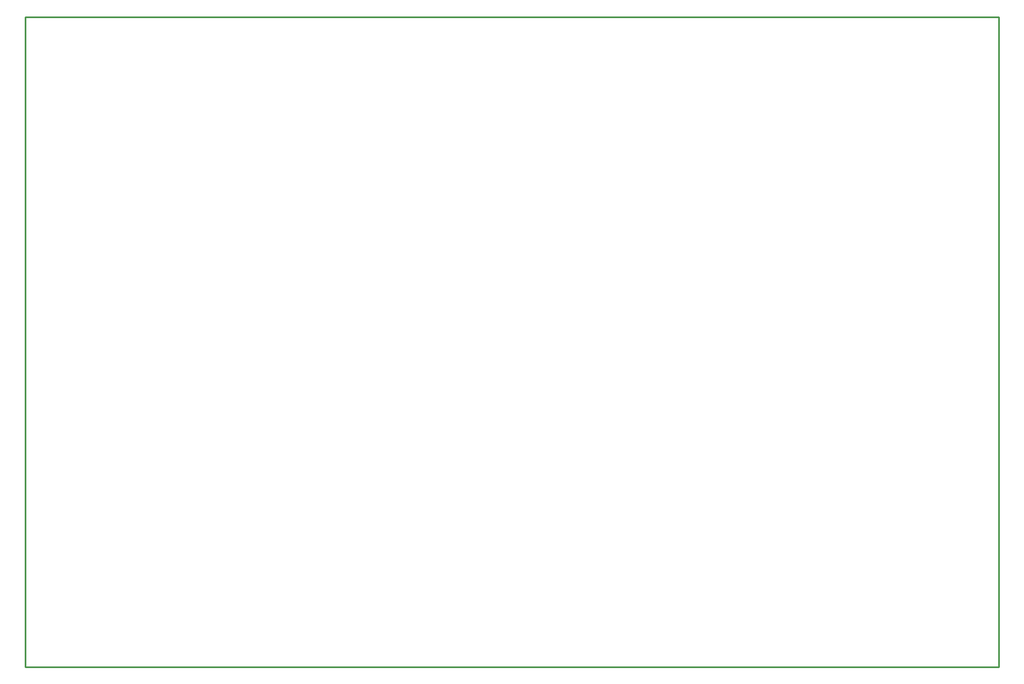
<source format=gm1>
%FSLAX25Y25*%
%MOIN*%
G70*
G01*
G75*
G04 Layer_Color=16711935*
G04:AMPARAMS|DCode=10|XSize=100mil|YSize=100mil|CornerRadius=25mil|HoleSize=0mil|Usage=FLASHONLY|Rotation=0.000|XOffset=0mil|YOffset=0mil|HoleType=Round|Shape=RoundedRectangle|*
%AMROUNDEDRECTD10*
21,1,0.10000,0.05000,0,0,0.0*
21,1,0.05000,0.10000,0,0,0.0*
1,1,0.05000,0.02500,-0.02500*
1,1,0.05000,-0.02500,-0.02500*
1,1,0.05000,-0.02500,0.02500*
1,1,0.05000,0.02500,0.02500*
%
%ADD10ROUNDEDRECTD10*%
%ADD11C,0.08000*%
G04:AMPARAMS|DCode=12|XSize=80mil|YSize=100mil|CornerRadius=20mil|HoleSize=0mil|Usage=FLASHONLY|Rotation=0.000|XOffset=0mil|YOffset=0mil|HoleType=Round|Shape=RoundedRectangle|*
%AMROUNDEDRECTD12*
21,1,0.08000,0.06000,0,0,0.0*
21,1,0.04000,0.10000,0,0,0.0*
1,1,0.04000,0.02000,-0.03000*
1,1,0.04000,-0.02000,-0.03000*
1,1,0.04000,-0.02000,0.03000*
1,1,0.04000,0.02000,0.03000*
%
%ADD12ROUNDEDRECTD12*%
%ADD13C,0.07000*%
%ADD14C,0.06000*%
%ADD15C,0.12000*%
G04:AMPARAMS|DCode=16|XSize=100mil|YSize=100mil|CornerRadius=25mil|HoleSize=0mil|Usage=FLASHONLY|Rotation=90.000|XOffset=0mil|YOffset=0mil|HoleType=Round|Shape=RoundedRectangle|*
%AMROUNDEDRECTD16*
21,1,0.10000,0.05000,0,0,90.0*
21,1,0.05000,0.10000,0,0,90.0*
1,1,0.05000,0.02500,0.02500*
1,1,0.05000,0.02500,-0.02500*
1,1,0.05000,-0.02500,-0.02500*
1,1,0.05000,-0.02500,0.02500*
%
%ADD16ROUNDEDRECTD16*%
G04:AMPARAMS|DCode=17|XSize=90mil|YSize=110mil|CornerRadius=22.5mil|HoleSize=0mil|Usage=FLASHONLY|Rotation=0.000|XOffset=0mil|YOffset=0mil|HoleType=Round|Shape=RoundedRectangle|*
%AMROUNDEDRECTD17*
21,1,0.09000,0.06500,0,0,0.0*
21,1,0.04500,0.11000,0,0,0.0*
1,1,0.04500,0.02250,-0.03250*
1,1,0.04500,-0.02250,-0.03250*
1,1,0.04500,-0.02250,0.03250*
1,1,0.04500,0.02250,0.03250*
%
%ADD17ROUNDEDRECTD17*%
G04:AMPARAMS|DCode=18|XSize=80mil|YSize=80mil|CornerRadius=20mil|HoleSize=0mil|Usage=FLASHONLY|Rotation=90.000|XOffset=0mil|YOffset=0mil|HoleType=Round|Shape=RoundedRectangle|*
%AMROUNDEDRECTD18*
21,1,0.08000,0.04000,0,0,90.0*
21,1,0.04000,0.08000,0,0,90.0*
1,1,0.04000,0.02000,0.02000*
1,1,0.04000,0.02000,-0.02000*
1,1,0.04000,-0.02000,-0.02000*
1,1,0.04000,-0.02000,0.02000*
%
%ADD18ROUNDEDRECTD18*%
G04:AMPARAMS|DCode=19|XSize=80mil|YSize=80mil|CornerRadius=20mil|HoleSize=0mil|Usage=FLASHONLY|Rotation=0.000|XOffset=0mil|YOffset=0mil|HoleType=Round|Shape=RoundedRectangle|*
%AMROUNDEDRECTD19*
21,1,0.08000,0.04000,0,0,0.0*
21,1,0.04000,0.08000,0,0,0.0*
1,1,0.04000,0.02000,-0.02000*
1,1,0.04000,-0.02000,-0.02000*
1,1,0.04000,-0.02000,0.02000*
1,1,0.04000,0.02000,0.02000*
%
%ADD19ROUNDEDRECTD19*%
G04:AMPARAMS|DCode=20|XSize=236.22mil|YSize=236.22mil|CornerRadius=0mil|HoleSize=0mil|Usage=FLASHONLY|Rotation=0.000|XOffset=0mil|YOffset=0mil|HoleType=Round|Shape=Octagon|*
%AMOCTAGOND20*
4,1,8,0.11811,-0.05906,0.11811,0.05906,0.05906,0.11811,-0.05906,0.11811,-0.11811,0.05906,-0.11811,-0.05906,-0.05906,-0.11811,0.05906,-0.11811,0.11811,-0.05906,0.0*
%
%ADD20OCTAGOND20*%

%ADD21C,0.05000*%
%ADD22C,0.04000*%
%ADD23C,0.06000*%
%ADD24C,0.01000*%
%ADD25C,0.00394*%
%ADD26R,0.15000X0.12500*%
G04:AMPARAMS|DCode=27|XSize=108mil|YSize=108mil|CornerRadius=29mil|HoleSize=0mil|Usage=FLASHONLY|Rotation=0.000|XOffset=0mil|YOffset=0mil|HoleType=Round|Shape=RoundedRectangle|*
%AMROUNDEDRECTD27*
21,1,0.10800,0.05000,0,0,0.0*
21,1,0.05000,0.10800,0,0,0.0*
1,1,0.05800,0.02500,-0.02500*
1,1,0.05800,-0.02500,-0.02500*
1,1,0.05800,-0.02500,0.02500*
1,1,0.05800,0.02500,0.02500*
%
%ADD27ROUNDEDRECTD27*%
%ADD28C,0.08800*%
G04:AMPARAMS|DCode=29|XSize=88mil|YSize=108mil|CornerRadius=24mil|HoleSize=0mil|Usage=FLASHONLY|Rotation=0.000|XOffset=0mil|YOffset=0mil|HoleType=Round|Shape=RoundedRectangle|*
%AMROUNDEDRECTD29*
21,1,0.08800,0.06000,0,0,0.0*
21,1,0.04000,0.10800,0,0,0.0*
1,1,0.04800,0.02000,-0.03000*
1,1,0.04800,-0.02000,-0.03000*
1,1,0.04800,-0.02000,0.03000*
1,1,0.04800,0.02000,0.03000*
%
%ADD29ROUNDEDRECTD29*%
%ADD30C,0.07800*%
%ADD31C,0.06800*%
%ADD32C,0.12800*%
G04:AMPARAMS|DCode=33|XSize=108mil|YSize=108mil|CornerRadius=29mil|HoleSize=0mil|Usage=FLASHONLY|Rotation=90.000|XOffset=0mil|YOffset=0mil|HoleType=Round|Shape=RoundedRectangle|*
%AMROUNDEDRECTD33*
21,1,0.10800,0.05000,0,0,90.0*
21,1,0.05000,0.10800,0,0,90.0*
1,1,0.05800,0.02500,0.02500*
1,1,0.05800,0.02500,-0.02500*
1,1,0.05800,-0.02500,-0.02500*
1,1,0.05800,-0.02500,0.02500*
%
%ADD33ROUNDEDRECTD33*%
G04:AMPARAMS|DCode=34|XSize=98mil|YSize=118mil|CornerRadius=26.5mil|HoleSize=0mil|Usage=FLASHONLY|Rotation=0.000|XOffset=0mil|YOffset=0mil|HoleType=Round|Shape=RoundedRectangle|*
%AMROUNDEDRECTD34*
21,1,0.09800,0.06500,0,0,0.0*
21,1,0.04500,0.11800,0,0,0.0*
1,1,0.05300,0.02250,-0.03250*
1,1,0.05300,-0.02250,-0.03250*
1,1,0.05300,-0.02250,0.03250*
1,1,0.05300,0.02250,0.03250*
%
%ADD34ROUNDEDRECTD34*%
G04:AMPARAMS|DCode=35|XSize=88mil|YSize=88mil|CornerRadius=24mil|HoleSize=0mil|Usage=FLASHONLY|Rotation=90.000|XOffset=0mil|YOffset=0mil|HoleType=Round|Shape=RoundedRectangle|*
%AMROUNDEDRECTD35*
21,1,0.08800,0.04000,0,0,90.0*
21,1,0.04000,0.08800,0,0,90.0*
1,1,0.04800,0.02000,0.02000*
1,1,0.04800,0.02000,-0.02000*
1,1,0.04800,-0.02000,-0.02000*
1,1,0.04800,-0.02000,0.02000*
%
%ADD35ROUNDEDRECTD35*%
G04:AMPARAMS|DCode=36|XSize=88mil|YSize=88mil|CornerRadius=24mil|HoleSize=0mil|Usage=FLASHONLY|Rotation=0.000|XOffset=0mil|YOffset=0mil|HoleType=Round|Shape=RoundedRectangle|*
%AMROUNDEDRECTD36*
21,1,0.08800,0.04000,0,0,0.0*
21,1,0.04000,0.08800,0,0,0.0*
1,1,0.04800,0.02000,-0.02000*
1,1,0.04800,-0.02000,-0.02000*
1,1,0.04800,-0.02000,0.02000*
1,1,0.04800,0.02000,0.02000*
%
%ADD36ROUNDEDRECTD36*%
G04:AMPARAMS|DCode=37|XSize=244.22mil|YSize=244.22mil|CornerRadius=0mil|HoleSize=0mil|Usage=FLASHONLY|Rotation=0.000|XOffset=0mil|YOffset=0mil|HoleType=Round|Shape=Octagon|*
%AMOCTAGOND37*
4,1,8,0.12211,-0.06106,0.12211,0.06106,0.06106,0.12211,-0.06106,0.12211,-0.12211,0.06106,-0.12211,-0.06106,-0.06106,-0.12211,0.06106,-0.12211,0.12211,-0.06106,0.0*
%
%ADD37OCTAGOND37*%

D24*
X0Y0D02*
X591000D01*
Y394500D01*
X0D02*
X591000D01*
X0Y0D02*
Y394500D01*
M02*

</source>
